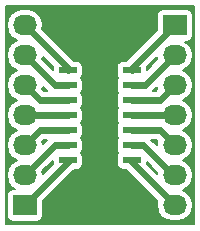
<source format=gbr>
G04 #@! TF.FileFunction,Copper,L2,Bot,Signal*
%FSLAX46Y46*%
G04 Gerber Fmt 4.6, Leading zero omitted, Abs format (unit mm)*
G04 Created by KiCad (PCBNEW 4.0.1-stable) date 2016/02/12 10:29:42*
%MOMM*%
G01*
G04 APERTURE LIST*
%ADD10C,0.100000*%
%ADD11R,2.032000X1.727200*%
%ADD12O,2.032000X1.727200*%
%ADD13R,1.500000X0.600000*%
%ADD14C,0.600000*%
%ADD15C,0.200000*%
G04 APERTURE END LIST*
D10*
D11*
X142240000Y-116840000D03*
D12*
X142240000Y-114300000D03*
X142240000Y-111760000D03*
X142240000Y-109220000D03*
X142240000Y-106680000D03*
X142240000Y-104140000D03*
X142240000Y-101600000D03*
D13*
X145890000Y-113030000D03*
X145890000Y-111760000D03*
X145890000Y-110490000D03*
X145890000Y-109220000D03*
X145890000Y-107950000D03*
X145890000Y-106680000D03*
X145890000Y-105410000D03*
X151290000Y-105410000D03*
X151290000Y-106680000D03*
X151290000Y-107950000D03*
X151290000Y-109220000D03*
X151290000Y-110490000D03*
X151290000Y-111760000D03*
X151290000Y-113030000D03*
D11*
X154940000Y-101600000D03*
D12*
X154940000Y-104140000D03*
X154940000Y-106680000D03*
X154940000Y-109220000D03*
X154940000Y-111760000D03*
X154940000Y-114300000D03*
X154940000Y-116840000D03*
D14*
X142240000Y-116840000D02*
X145890000Y-113190000D01*
X145890000Y-113190000D02*
X145890000Y-113030000D01*
X145890000Y-111760000D02*
X144780000Y-111760000D01*
X144780000Y-111760000D02*
X142240000Y-114300000D01*
X145890000Y-110490000D02*
X143510000Y-110490000D01*
X143510000Y-110490000D02*
X142240000Y-111760000D01*
X142240000Y-109220000D02*
X145890000Y-109220000D01*
X142240000Y-106680000D02*
X143510000Y-107950000D01*
X143510000Y-107950000D02*
X145890000Y-107950000D01*
X142240000Y-104140000D02*
X144780000Y-106680000D01*
X144780000Y-106680000D02*
X145890000Y-106680000D01*
X142240000Y-101600000D02*
X145890000Y-105250000D01*
X145890000Y-105250000D02*
X145890000Y-105410000D01*
X154940000Y-101600000D02*
X151290000Y-105250000D01*
X151290000Y-105250000D02*
X151290000Y-105410000D01*
X154940000Y-106680000D02*
X153670000Y-107950000D01*
X153670000Y-107950000D02*
X151290000Y-107950000D01*
X151290000Y-110490000D02*
X153670000Y-110490000D01*
X153670000Y-110490000D02*
X154940000Y-111760000D01*
X154940000Y-116840000D02*
X151290000Y-113190000D01*
X151290000Y-113190000D02*
X151290000Y-113030000D01*
X154940000Y-104140000D02*
X152400000Y-106680000D01*
X152400000Y-106680000D02*
X151290000Y-106680000D01*
X151290000Y-109220000D02*
X154940000Y-109220000D01*
X151290000Y-111760000D02*
X152260000Y-111760000D01*
X152260000Y-111760000D02*
X154800000Y-114300000D01*
X154800000Y-114300000D02*
X154940000Y-114300000D01*
D15*
G36*
X156543000Y-118443000D02*
X140637000Y-118443000D01*
X140637000Y-101600000D01*
X140694300Y-101600000D01*
X140798098Y-102121827D01*
X141093689Y-102564211D01*
X141536073Y-102859802D01*
X141587342Y-102870000D01*
X141536073Y-102880198D01*
X141093689Y-103175789D01*
X140798098Y-103618173D01*
X140694300Y-104140000D01*
X140798098Y-104661827D01*
X141093689Y-105104211D01*
X141536073Y-105399802D01*
X141587342Y-105410000D01*
X141536073Y-105420198D01*
X141093689Y-105715789D01*
X140798098Y-106158173D01*
X140694300Y-106680000D01*
X140798098Y-107201827D01*
X141093689Y-107644211D01*
X141536073Y-107939802D01*
X141587342Y-107950000D01*
X141536073Y-107960198D01*
X141093689Y-108255789D01*
X140798098Y-108698173D01*
X140694300Y-109220000D01*
X140798098Y-109741827D01*
X141093689Y-110184211D01*
X141536073Y-110479802D01*
X141587342Y-110490000D01*
X141536073Y-110500198D01*
X141093689Y-110795789D01*
X140798098Y-111238173D01*
X140694300Y-111760000D01*
X140798098Y-112281827D01*
X141093689Y-112724211D01*
X141536073Y-113019802D01*
X141587342Y-113030000D01*
X141536073Y-113040198D01*
X141093689Y-113335789D01*
X140798098Y-113778173D01*
X140694300Y-114300000D01*
X140798098Y-114821827D01*
X141093689Y-115264211D01*
X141396594Y-115466605D01*
X141224000Y-115466605D01*
X141038711Y-115501469D01*
X140868535Y-115610975D01*
X140754370Y-115778061D01*
X140714205Y-115976400D01*
X140714205Y-117703600D01*
X140749069Y-117888889D01*
X140858575Y-118059065D01*
X141025661Y-118173230D01*
X141224000Y-118213395D01*
X143256000Y-118213395D01*
X143441289Y-118178531D01*
X143611465Y-118069025D01*
X143725630Y-117901939D01*
X143765795Y-117703600D01*
X143765795Y-116445575D01*
X146371576Y-113839795D01*
X146640000Y-113839795D01*
X146825289Y-113804931D01*
X146995465Y-113695425D01*
X147109630Y-113528339D01*
X147149795Y-113330000D01*
X147149795Y-112730000D01*
X147114931Y-112544711D01*
X147017459Y-112393236D01*
X147109630Y-112258339D01*
X147149795Y-112060000D01*
X147149795Y-111460000D01*
X147114931Y-111274711D01*
X147017459Y-111123236D01*
X147109630Y-110988339D01*
X147149795Y-110790000D01*
X147149795Y-110190000D01*
X147114931Y-110004711D01*
X147017459Y-109853236D01*
X147109630Y-109718339D01*
X147149795Y-109520000D01*
X147149795Y-108920000D01*
X147114931Y-108734711D01*
X147017459Y-108583236D01*
X147109630Y-108448339D01*
X147149795Y-108250000D01*
X147149795Y-107650000D01*
X147114931Y-107464711D01*
X147017459Y-107313236D01*
X147109630Y-107178339D01*
X147149795Y-106980000D01*
X147149795Y-106380000D01*
X147114931Y-106194711D01*
X147017459Y-106043236D01*
X147109630Y-105908339D01*
X147149795Y-105710000D01*
X147149795Y-105110000D01*
X150030205Y-105110000D01*
X150030205Y-105710000D01*
X150065069Y-105895289D01*
X150162541Y-106046764D01*
X150070370Y-106181661D01*
X150030205Y-106380000D01*
X150030205Y-106980000D01*
X150065069Y-107165289D01*
X150162541Y-107316764D01*
X150070370Y-107451661D01*
X150030205Y-107650000D01*
X150030205Y-108250000D01*
X150065069Y-108435289D01*
X150162541Y-108586764D01*
X150070370Y-108721661D01*
X150030205Y-108920000D01*
X150030205Y-109520000D01*
X150065069Y-109705289D01*
X150162541Y-109856764D01*
X150070370Y-109991661D01*
X150030205Y-110190000D01*
X150030205Y-110790000D01*
X150065069Y-110975289D01*
X150162541Y-111126764D01*
X150070370Y-111261661D01*
X150030205Y-111460000D01*
X150030205Y-112060000D01*
X150065069Y-112245289D01*
X150162541Y-112396764D01*
X150070370Y-112531661D01*
X150030205Y-112730000D01*
X150030205Y-113330000D01*
X150065069Y-113515289D01*
X150174575Y-113685465D01*
X150341661Y-113799630D01*
X150540000Y-113839795D01*
X150808425Y-113839795D01*
X153463042Y-116494412D01*
X153394300Y-116840000D01*
X153498098Y-117361827D01*
X153793689Y-117804211D01*
X154236073Y-118099802D01*
X154757900Y-118203600D01*
X155122100Y-118203600D01*
X155643927Y-118099802D01*
X156086311Y-117804211D01*
X156381902Y-117361827D01*
X156485700Y-116840000D01*
X156381902Y-116318173D01*
X156086311Y-115875789D01*
X155643927Y-115580198D01*
X155592658Y-115570000D01*
X155643927Y-115559802D01*
X156086311Y-115264211D01*
X156381902Y-114821827D01*
X156485700Y-114300000D01*
X156381902Y-113778173D01*
X156086311Y-113335789D01*
X155643927Y-113040198D01*
X155592658Y-113030000D01*
X155643927Y-113019802D01*
X156086311Y-112724211D01*
X156381902Y-112281827D01*
X156485700Y-111760000D01*
X156381902Y-111238173D01*
X156086311Y-110795789D01*
X155643927Y-110500198D01*
X155592658Y-110490000D01*
X155643927Y-110479802D01*
X156086311Y-110184211D01*
X156381902Y-109741827D01*
X156485700Y-109220000D01*
X156381902Y-108698173D01*
X156086311Y-108255789D01*
X155643927Y-107960198D01*
X155592658Y-107950000D01*
X155643927Y-107939802D01*
X156086311Y-107644211D01*
X156381902Y-107201827D01*
X156485700Y-106680000D01*
X156381902Y-106158173D01*
X156086311Y-105715789D01*
X155643927Y-105420198D01*
X155592658Y-105410000D01*
X155643927Y-105399802D01*
X156086311Y-105104211D01*
X156381902Y-104661827D01*
X156485700Y-104140000D01*
X156381902Y-103618173D01*
X156086311Y-103175789D01*
X155783406Y-102973395D01*
X155956000Y-102973395D01*
X156141289Y-102938531D01*
X156311465Y-102829025D01*
X156425630Y-102661939D01*
X156465795Y-102463600D01*
X156465795Y-100736400D01*
X156430931Y-100551111D01*
X156321425Y-100380935D01*
X156154339Y-100266770D01*
X155956000Y-100226605D01*
X153924000Y-100226605D01*
X153738711Y-100261469D01*
X153568535Y-100370975D01*
X153454370Y-100538061D01*
X153414205Y-100736400D01*
X153414205Y-101994424D01*
X150808425Y-104600205D01*
X150540000Y-104600205D01*
X150354711Y-104635069D01*
X150184535Y-104744575D01*
X150070370Y-104911661D01*
X150030205Y-105110000D01*
X147149795Y-105110000D01*
X147114931Y-104924711D01*
X147005425Y-104754535D01*
X146838339Y-104640370D01*
X146640000Y-104600205D01*
X146371576Y-104600205D01*
X143716958Y-101945588D01*
X143785700Y-101600000D01*
X143681902Y-101078173D01*
X143386311Y-100635789D01*
X142943927Y-100340198D01*
X142422100Y-100236400D01*
X142057900Y-100236400D01*
X141536073Y-100340198D01*
X141093689Y-100635789D01*
X140798098Y-101078173D01*
X140694300Y-101600000D01*
X140637000Y-101600000D01*
X140637000Y-99997000D01*
X156543000Y-99997000D01*
X156543000Y-118443000D01*
X156543000Y-118443000D01*
G37*
X156543000Y-118443000D02*
X140637000Y-118443000D01*
X140637000Y-101600000D01*
X140694300Y-101600000D01*
X140798098Y-102121827D01*
X141093689Y-102564211D01*
X141536073Y-102859802D01*
X141587342Y-102870000D01*
X141536073Y-102880198D01*
X141093689Y-103175789D01*
X140798098Y-103618173D01*
X140694300Y-104140000D01*
X140798098Y-104661827D01*
X141093689Y-105104211D01*
X141536073Y-105399802D01*
X141587342Y-105410000D01*
X141536073Y-105420198D01*
X141093689Y-105715789D01*
X140798098Y-106158173D01*
X140694300Y-106680000D01*
X140798098Y-107201827D01*
X141093689Y-107644211D01*
X141536073Y-107939802D01*
X141587342Y-107950000D01*
X141536073Y-107960198D01*
X141093689Y-108255789D01*
X140798098Y-108698173D01*
X140694300Y-109220000D01*
X140798098Y-109741827D01*
X141093689Y-110184211D01*
X141536073Y-110479802D01*
X141587342Y-110490000D01*
X141536073Y-110500198D01*
X141093689Y-110795789D01*
X140798098Y-111238173D01*
X140694300Y-111760000D01*
X140798098Y-112281827D01*
X141093689Y-112724211D01*
X141536073Y-113019802D01*
X141587342Y-113030000D01*
X141536073Y-113040198D01*
X141093689Y-113335789D01*
X140798098Y-113778173D01*
X140694300Y-114300000D01*
X140798098Y-114821827D01*
X141093689Y-115264211D01*
X141396594Y-115466605D01*
X141224000Y-115466605D01*
X141038711Y-115501469D01*
X140868535Y-115610975D01*
X140754370Y-115778061D01*
X140714205Y-115976400D01*
X140714205Y-117703600D01*
X140749069Y-117888889D01*
X140858575Y-118059065D01*
X141025661Y-118173230D01*
X141224000Y-118213395D01*
X143256000Y-118213395D01*
X143441289Y-118178531D01*
X143611465Y-118069025D01*
X143725630Y-117901939D01*
X143765795Y-117703600D01*
X143765795Y-116445575D01*
X146371576Y-113839795D01*
X146640000Y-113839795D01*
X146825289Y-113804931D01*
X146995465Y-113695425D01*
X147109630Y-113528339D01*
X147149795Y-113330000D01*
X147149795Y-112730000D01*
X147114931Y-112544711D01*
X147017459Y-112393236D01*
X147109630Y-112258339D01*
X147149795Y-112060000D01*
X147149795Y-111460000D01*
X147114931Y-111274711D01*
X147017459Y-111123236D01*
X147109630Y-110988339D01*
X147149795Y-110790000D01*
X147149795Y-110190000D01*
X147114931Y-110004711D01*
X147017459Y-109853236D01*
X147109630Y-109718339D01*
X147149795Y-109520000D01*
X147149795Y-108920000D01*
X147114931Y-108734711D01*
X147017459Y-108583236D01*
X147109630Y-108448339D01*
X147149795Y-108250000D01*
X147149795Y-107650000D01*
X147114931Y-107464711D01*
X147017459Y-107313236D01*
X147109630Y-107178339D01*
X147149795Y-106980000D01*
X147149795Y-106380000D01*
X147114931Y-106194711D01*
X147017459Y-106043236D01*
X147109630Y-105908339D01*
X147149795Y-105710000D01*
X147149795Y-105110000D01*
X150030205Y-105110000D01*
X150030205Y-105710000D01*
X150065069Y-105895289D01*
X150162541Y-106046764D01*
X150070370Y-106181661D01*
X150030205Y-106380000D01*
X150030205Y-106980000D01*
X150065069Y-107165289D01*
X150162541Y-107316764D01*
X150070370Y-107451661D01*
X150030205Y-107650000D01*
X150030205Y-108250000D01*
X150065069Y-108435289D01*
X150162541Y-108586764D01*
X150070370Y-108721661D01*
X150030205Y-108920000D01*
X150030205Y-109520000D01*
X150065069Y-109705289D01*
X150162541Y-109856764D01*
X150070370Y-109991661D01*
X150030205Y-110190000D01*
X150030205Y-110790000D01*
X150065069Y-110975289D01*
X150162541Y-111126764D01*
X150070370Y-111261661D01*
X150030205Y-111460000D01*
X150030205Y-112060000D01*
X150065069Y-112245289D01*
X150162541Y-112396764D01*
X150070370Y-112531661D01*
X150030205Y-112730000D01*
X150030205Y-113330000D01*
X150065069Y-113515289D01*
X150174575Y-113685465D01*
X150341661Y-113799630D01*
X150540000Y-113839795D01*
X150808425Y-113839795D01*
X153463042Y-116494412D01*
X153394300Y-116840000D01*
X153498098Y-117361827D01*
X153793689Y-117804211D01*
X154236073Y-118099802D01*
X154757900Y-118203600D01*
X155122100Y-118203600D01*
X155643927Y-118099802D01*
X156086311Y-117804211D01*
X156381902Y-117361827D01*
X156485700Y-116840000D01*
X156381902Y-116318173D01*
X156086311Y-115875789D01*
X155643927Y-115580198D01*
X155592658Y-115570000D01*
X155643927Y-115559802D01*
X156086311Y-115264211D01*
X156381902Y-114821827D01*
X156485700Y-114300000D01*
X156381902Y-113778173D01*
X156086311Y-113335789D01*
X155643927Y-113040198D01*
X155592658Y-113030000D01*
X155643927Y-113019802D01*
X156086311Y-112724211D01*
X156381902Y-112281827D01*
X156485700Y-111760000D01*
X156381902Y-111238173D01*
X156086311Y-110795789D01*
X155643927Y-110500198D01*
X155592658Y-110490000D01*
X155643927Y-110479802D01*
X156086311Y-110184211D01*
X156381902Y-109741827D01*
X156485700Y-109220000D01*
X156381902Y-108698173D01*
X156086311Y-108255789D01*
X155643927Y-107960198D01*
X155592658Y-107950000D01*
X155643927Y-107939802D01*
X156086311Y-107644211D01*
X156381902Y-107201827D01*
X156485700Y-106680000D01*
X156381902Y-106158173D01*
X156086311Y-105715789D01*
X155643927Y-105420198D01*
X155592658Y-105410000D01*
X155643927Y-105399802D01*
X156086311Y-105104211D01*
X156381902Y-104661827D01*
X156485700Y-104140000D01*
X156381902Y-103618173D01*
X156086311Y-103175789D01*
X155783406Y-102973395D01*
X155956000Y-102973395D01*
X156141289Y-102938531D01*
X156311465Y-102829025D01*
X156425630Y-102661939D01*
X156465795Y-102463600D01*
X156465795Y-100736400D01*
X156430931Y-100551111D01*
X156321425Y-100380935D01*
X156154339Y-100266770D01*
X155956000Y-100226605D01*
X153924000Y-100226605D01*
X153738711Y-100261469D01*
X153568535Y-100370975D01*
X153454370Y-100538061D01*
X153414205Y-100736400D01*
X153414205Y-101994424D01*
X150808425Y-104600205D01*
X150540000Y-104600205D01*
X150354711Y-104635069D01*
X150184535Y-104744575D01*
X150070370Y-104911661D01*
X150030205Y-105110000D01*
X147149795Y-105110000D01*
X147114931Y-104924711D01*
X147005425Y-104754535D01*
X146838339Y-104640370D01*
X146640000Y-104600205D01*
X146371576Y-104600205D01*
X143716958Y-101945588D01*
X143785700Y-101600000D01*
X143681902Y-101078173D01*
X143386311Y-100635789D01*
X142943927Y-100340198D01*
X142422100Y-100236400D01*
X142057900Y-100236400D01*
X141536073Y-100340198D01*
X141093689Y-100635789D01*
X140798098Y-101078173D01*
X140694300Y-101600000D01*
X140637000Y-101600000D01*
X140637000Y-99997000D01*
X156543000Y-99997000D01*
X156543000Y-118443000D01*
G36*
X144630205Y-113318424D02*
X143762958Y-114185671D01*
X143716958Y-113954412D01*
X144630205Y-113041166D01*
X144630205Y-113318424D01*
X144630205Y-113318424D01*
G37*
X144630205Y-113318424D02*
X143762958Y-114185671D01*
X143716958Y-113954412D01*
X144630205Y-113041166D01*
X144630205Y-113318424D01*
G36*
X143762958Y-111645671D02*
X143716958Y-111414412D01*
X143841371Y-111290000D01*
X144118629Y-111290000D01*
X143762958Y-111645671D01*
X143762958Y-111645671D01*
G37*
X143762958Y-111645671D02*
X143716958Y-111414412D01*
X143841371Y-111290000D01*
X144118629Y-111290000D01*
X143762958Y-111645671D01*
G36*
X144118629Y-107150000D02*
X143841371Y-107150000D01*
X143716958Y-107025588D01*
X143762958Y-106794329D01*
X144118629Y-107150000D01*
X144118629Y-107150000D01*
G37*
X144118629Y-107150000D02*
X143841371Y-107150000D01*
X143716958Y-107025588D01*
X143762958Y-106794329D01*
X144118629Y-107150000D01*
G36*
X144630205Y-105121576D02*
X144630205Y-105398834D01*
X143716958Y-104485588D01*
X143762958Y-104254329D01*
X144630205Y-105121576D01*
X144630205Y-105121576D01*
G37*
X144630205Y-105121576D02*
X144630205Y-105398834D01*
X143716958Y-104485588D01*
X143762958Y-104254329D01*
X144630205Y-105121576D01*
G36*
X153439814Y-114071185D02*
X153417041Y-114185671D01*
X152549795Y-113318425D01*
X152549795Y-113181165D01*
X153439814Y-114071185D01*
X153439814Y-114071185D01*
G37*
X153439814Y-114071185D02*
X153417041Y-114185671D01*
X152549795Y-113318425D01*
X152549795Y-113181165D01*
X153439814Y-114071185D01*
G36*
X153463042Y-111414412D02*
X153394300Y-111760000D01*
X153395027Y-111763657D01*
X152921370Y-111290000D01*
X153338630Y-111290000D01*
X153463042Y-111414412D01*
X153463042Y-111414412D01*
G37*
X153463042Y-111414412D02*
X153394300Y-111760000D01*
X153395027Y-111763657D01*
X152921370Y-111290000D01*
X153338630Y-111290000D01*
X153463042Y-111414412D01*
G36*
X153463042Y-107025588D02*
X153338630Y-107150000D01*
X153061370Y-107150000D01*
X153417041Y-106794329D01*
X153463042Y-107025588D01*
X153463042Y-107025588D01*
G37*
X153463042Y-107025588D02*
X153338630Y-107150000D01*
X153061370Y-107150000D01*
X153417041Y-106794329D01*
X153463042Y-107025588D01*
G36*
X153463042Y-104485588D02*
X152549795Y-105398835D01*
X152549795Y-105121575D01*
X153417041Y-104254329D01*
X153463042Y-104485588D01*
X153463042Y-104485588D01*
G37*
X153463042Y-104485588D02*
X152549795Y-105398835D01*
X152549795Y-105121575D01*
X153417041Y-104254329D01*
X153463042Y-104485588D01*
M02*

</source>
